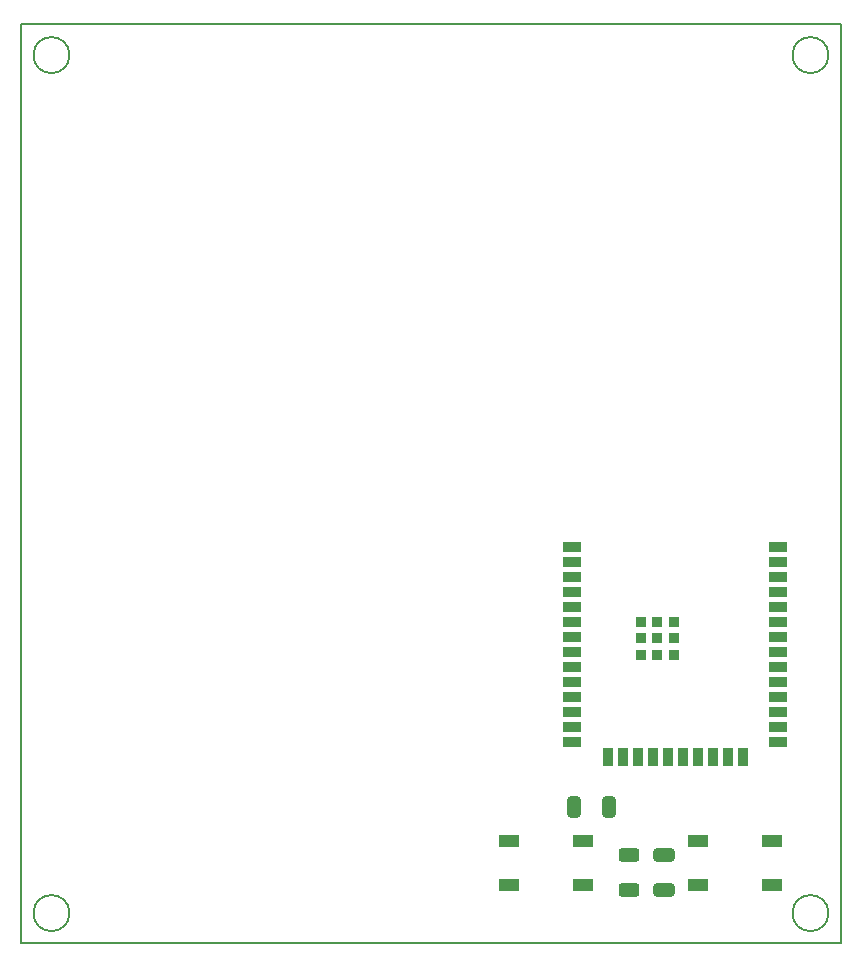
<source format=gtp>
%TF.GenerationSoftware,KiCad,Pcbnew,7.0.2*%
%TF.CreationDate,2023-08-24T00:14:34+05:00*%
%TF.ProjectId,IOTV,494f5456-2e6b-4696-9361-645f70636258,3*%
%TF.SameCoordinates,Original*%
%TF.FileFunction,Paste,Top*%
%TF.FilePolarity,Positive*%
%FSLAX46Y46*%
G04 Gerber Fmt 4.6, Leading zero omitted, Abs format (unit mm)*
G04 Created by KiCad (PCBNEW 7.0.2) date 2023-08-24 00:14:34*
%MOMM*%
%LPD*%
G01*
G04 APERTURE LIST*
G04 Aperture macros list*
%AMRoundRect*
0 Rectangle with rounded corners*
0 $1 Rounding radius*
0 $2 $3 $4 $5 $6 $7 $8 $9 X,Y pos of 4 corners*
0 Add a 4 corners polygon primitive as box body*
4,1,4,$2,$3,$4,$5,$6,$7,$8,$9,$2,$3,0*
0 Add four circle primitives for the rounded corners*
1,1,$1+$1,$2,$3*
1,1,$1+$1,$4,$5*
1,1,$1+$1,$6,$7*
1,1,$1+$1,$8,$9*
0 Add four rect primitives between the rounded corners*
20,1,$1+$1,$2,$3,$4,$5,0*
20,1,$1+$1,$4,$5,$6,$7,0*
20,1,$1+$1,$6,$7,$8,$9,0*
20,1,$1+$1,$8,$9,$2,$3,0*%
G04 Aperture macros list end*
%ADD10R,1.500000X0.900000*%
%ADD11R,0.900000X1.500000*%
%ADD12R,0.900000X0.900000*%
%ADD13R,1.700000X1.000000*%
%ADD14RoundRect,0.250000X0.325000X0.650000X-0.325000X0.650000X-0.325000X-0.650000X0.325000X-0.650000X0*%
%ADD15RoundRect,0.250000X0.625000X-0.312500X0.625000X0.312500X-0.625000X0.312500X-0.625000X-0.312500X0*%
%ADD16RoundRect,0.250000X-0.650000X0.325000X-0.650000X-0.325000X0.650000X-0.325000X0.650000X0.325000X0*%
%TA.AperFunction,Profile*%
%ADD17C,0.150000*%
%TD*%
G04 APERTURE END LIST*
D10*
%TO.C,U1*%
X148195000Y-95250000D03*
X148195000Y-96520000D03*
X148195000Y-97790000D03*
X148195000Y-99060000D03*
X148195000Y-100330000D03*
X148195000Y-101600000D03*
X148195000Y-102870000D03*
X148195000Y-104140000D03*
X148195000Y-105410000D03*
X148195000Y-106680000D03*
X148195000Y-107950000D03*
X148195000Y-109220000D03*
X148195000Y-110490000D03*
X148195000Y-111760000D03*
D11*
X151225000Y-113010000D03*
X152495000Y-113010000D03*
X153765000Y-113010000D03*
X155035000Y-113010000D03*
X156305000Y-113010000D03*
X157575000Y-113010000D03*
X158845000Y-113010000D03*
X160115000Y-113010000D03*
X161385000Y-113010000D03*
X162655000Y-113010000D03*
D10*
X165695000Y-111760000D03*
X165695000Y-110490000D03*
X165695000Y-109220000D03*
X165695000Y-107950000D03*
X165695000Y-106680000D03*
X165695000Y-105410000D03*
X165695000Y-104140000D03*
X165695000Y-102870000D03*
X165695000Y-101600000D03*
X165695000Y-100330000D03*
X165695000Y-99060000D03*
X165695000Y-97790000D03*
X165695000Y-96520000D03*
X165695000Y-95250000D03*
D12*
X154045000Y-101570000D03*
X154045000Y-101570000D03*
X154045000Y-102970000D03*
X154045000Y-104370000D03*
X154045000Y-104370000D03*
X155445000Y-101570000D03*
X155445000Y-102970000D03*
X155445000Y-104370000D03*
X155445000Y-104370000D03*
X156845000Y-101570000D03*
X156845000Y-102970000D03*
X156845000Y-104370000D03*
%TD*%
D13*
%TO.C,SW2*%
X158850000Y-120098000D03*
X165150000Y-120098000D03*
X158850000Y-123898000D03*
X165150000Y-123898000D03*
%TD*%
D14*
%TO.C,C4*%
X151335000Y-117297200D03*
X148385000Y-117297200D03*
%TD*%
D15*
%TO.C,R2*%
X153000000Y-124256500D03*
X153000000Y-121331500D03*
%TD*%
D13*
%TO.C,SW1*%
X142850000Y-120098000D03*
X149150000Y-120098000D03*
X142850000Y-123898000D03*
X149150000Y-123898000D03*
%TD*%
D16*
%TO.C,C3*%
X156000000Y-121319000D03*
X156000000Y-124269000D03*
%TD*%
D17*
X105664000Y-126238000D02*
G75*
G03*
X105664000Y-126238000I-1524000J0D01*
G01*
X101600000Y-50934000D02*
X170976000Y-50934000D01*
X170976000Y-128778000D01*
X101600000Y-128778000D01*
X101600000Y-50934000D01*
X105664000Y-53594000D02*
G75*
G03*
X105664000Y-53594000I-1524000J0D01*
G01*
X169926000Y-126238000D02*
G75*
G03*
X169926000Y-126238000I-1524000J0D01*
G01*
X169926000Y-53594000D02*
G75*
G03*
X169926000Y-53594000I-1524000J0D01*
G01*
M02*

</source>
